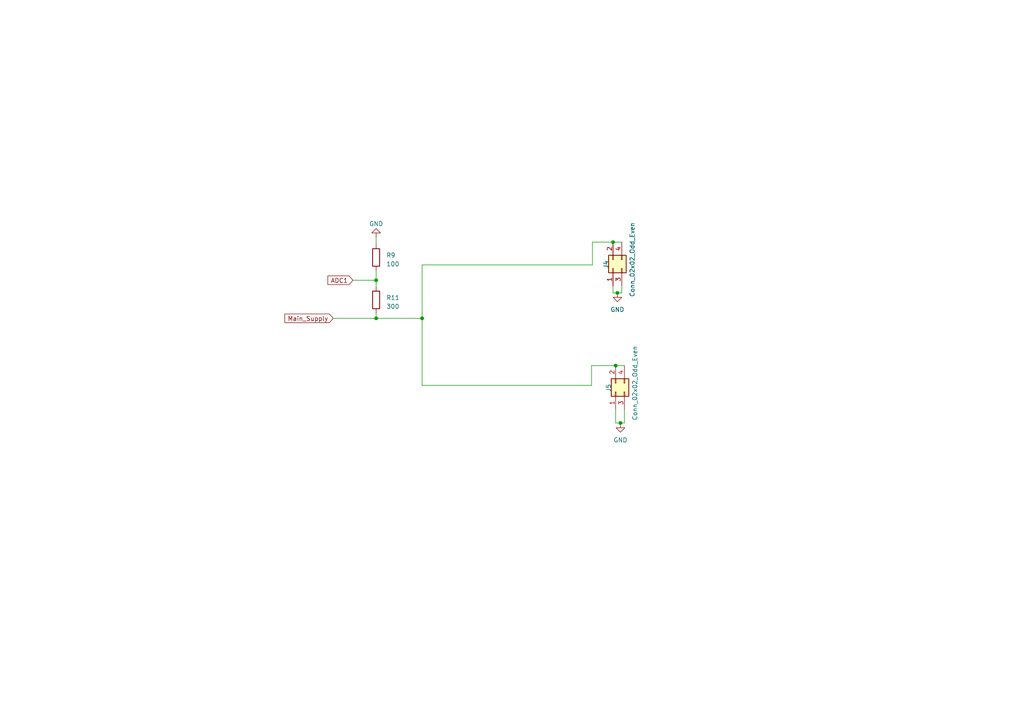
<source format=kicad_sch>
(kicad_sch (version 20230121) (generator eeschema)
  (paper "A4")
  (lib_symbols
    (symbol "Connector_Generic:Conn_02x02_Odd_Even" (pin_names (offset 1.016) hide)
      (property "Reference" "J" (at 1.27 2.54 0))
      (property "Value" "Conn_02x02_Odd_Even" (at 1.27 -5.08 0))
      (symbol "Conn_02x02_Odd_Even_1_1"
        (rectangle (start -1.27 -2.413) (end 0 -2.667) (stroke (width 0.1524)))
        (rectangle (start -1.27 0.127) (end 0 -0.127) (stroke (width 0.1524)))
        (rectangle (start -1.27 1.27) (end 3.81 -3.81) (stroke (width 0.254)) (fill (type background)))
        (rectangle (start 3.81 -2.413) (end 2.54 -2.667) (stroke (width 0.1524)))
        (rectangle (start 3.81 0.127) (end 2.54 -0.127) (stroke (width 0.1524)))
        (pin passive line (at -5.08 0 0) (length 3.81) (name "Pin_1") (number "1"))
        (pin passive line (at 7.62 0 180) (length 3.81) (name "Pin_2") (number "2"))
        (pin passive line (at -5.08 -2.54 0) (length 3.81) (name "Pin_3") (number "3"))
        (pin passive line (at 7.62 -2.54 180) (length 3.81) (name "Pin_4") (number "4"))
      )
    )
    (symbol "Device:R" (pin_numbers hide) (pin_names (offset 0))
      (property "Reference" "R" (at 2.032 0 90))
      (property "Value" "R" (at 0 0 90))
      (symbol "R_0_1"
        (rectangle (start -1.016 -2.54) (end 1.016 2.54) (stroke (width 0.254)))
      )
      (symbol "R_1_1"
        (pin passive line (at 0 3.81 270) (length 1.27) (name "~") (number "1"))
        (pin passive line (at 0 -3.81 90) (length 1.27) (name "~") (number "2"))
      )
    )
    (symbol "power:GND" (power) (pin_names (offset 0))
      (property "Value" "GND" (at 0 -3.81 0))
      (symbol "GND_0_1"
        (polyline (pts (xy 0 0) (xy 0 -1.27) (xy 1.27 -1.27) (xy 0 -2.54) (xy -1.27 -1.27) (xy 0 -1.27)))
      )
      (symbol "GND_1_1"
        (pin power_in line (at 0 0 270) (length 0) hide (name "GND") (number "1"))
      )
    )
  )
  (junction (at 122.428 92.329))
  (junction (at 109.093 92.329))
  (junction (at 177.8 70.231))
  (junction (at 179.959 122.682))
  (junction (at 109.093 81.28))
  (junction (at 179.07 84.963))
  (junction (at 178.562 106.045))
  (wire (pts (xy 102.362 81.28) (xy 109.093 81.28)))
  (wire (pts (xy 181.102 122.682) (xy 179.959 122.682)))
  (wire (pts (xy 171.577 106.045) (xy 171.577 111.76)))
  (wire (pts (xy 109.093 92.329) (xy 122.428 92.329)))
  (wire (pts (xy 122.428 92.329) (xy 122.428 76.835)))
  (wire (pts (xy 181.102 118.745) (xy 181.102 122.682)))
  (wire (pts (xy 109.093 78.486) (xy 109.093 81.28)))
  (wire (pts (xy 122.428 92.329) (xy 122.428 111.76)))
  (wire (pts (xy 96.647 92.329) (xy 109.093 92.329)))
  (wire (pts (xy 178.562 118.745) (xy 178.562 122.682)))
  (wire (pts (xy 171.831 70.231) (xy 177.8 70.231)))
  (wire (pts (xy 109.093 90.805) (xy 109.093 92.329)))
  (wire (pts (xy 122.428 111.76) (xy 171.577 111.76)))
  (wire (pts (xy 109.093 81.28) (xy 109.093 83.185)))
  (wire (pts (xy 177.8 84.963) (xy 179.07 84.963)))
  (wire (pts (xy 122.428 76.835) (xy 171.831 76.835)))
  (wire (pts (xy 178.562 106.045) (xy 181.102 106.045)))
  (wire (pts (xy 177.8 82.931) (xy 177.8 84.963)))
  (wire (pts (xy 178.562 122.682) (xy 179.959 122.682)))
  (wire (pts (xy 180.34 82.931) (xy 180.34 84.963)))
  (wire (pts (xy 180.34 84.963) (xy 179.07 84.963)))
  (wire (pts (xy 109.093 68.834) (xy 109.093 70.866)))
  (wire (pts (xy 171.577 106.045) (xy 178.562 106.045)))
  (wire (pts (xy 177.8 70.231) (xy 180.34 70.231)))
  (wire (pts (xy 171.831 70.231) (xy 171.831 76.835)))
  (wire (pts (xy 179.959 122.682) (xy 179.959 122.809)))
  (global_label "ADC1" (shape input) (at 102.362 81.28 180) (property "Intersheetrefs" "${INTERSHEET_REFS}" (effects hide)))
  (global_label "Main_Supply" (shape input) (at 96.647 92.329 180) (property "Intersheetrefs" "${INTERSHEET_REFS}" (effects hide)))
  (symbol (lib_id "Device:R") (at 109.093 86.995 180) (unit 1)
    (property "Reference" "R11" (at 112.014 86.36 0) (effects (justify right)))
    (property "Value" "300" (at 112.014 88.9 0) (effects (justify right)))
  )
  (symbol (lib_id "Connector_Generic:Conn_02x02_Odd_Even") (at 177.8 77.851 90) (unit 1)
    (property "Reference" "J4" (at 175.768 76.708 0))
    (property "Value" "Conn_02x02_Odd_Even" (at 183.388 75.311 0))
  )
  (symbol (lib_id "Device:R") (at 109.093 74.676 0) (unit 1)
    (property "Reference" "R9" (at 112.014 74.041 0) (effects (justify left)))
    (property "Value" "100" (at 112.014 76.581 0) (effects (justify left)))
  )
  (symbol (lib_id "power:GND") (at 179.959 122.809 0) (unit 1)
    (property "Reference" "#PWR030" (effects hide))
    (property "Value" "GND" (at 179.959 127.635 0))
  )
  (symbol (lib_id "power:GND") (at 179.07 84.963 0) (unit 1)
    (property "Reference" "#PWR025" (effects hide))
    (property "Value" "GND" (at 179.07 89.789 0))
  )
  (symbol (lib_id "power:GND") (at 109.093 68.834 180) (unit 1)
    (property "Reference" "#PWR024" (effects hide))
    (property "Value" "GND" (at 109.093 64.897 0))
  )
  (symbol (lib_id "Connector_Generic:Conn_02x02_Odd_Even") (at 178.562 113.665 90) (unit 1)
    (property "Reference" "J5" (at 176.53 112.522 0))
    (property "Value" "Conn_02x02_Odd_Even" (at 184.15 111.125 0))
  )
)
</source>
